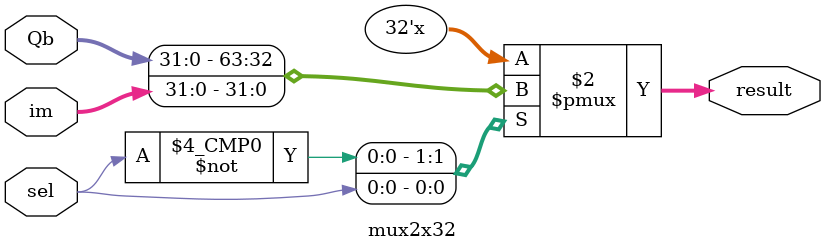
<source format=v>

module mux2x32(
    input   wire [31:0] Qb,//R-type
    input   wire [31:0] im,//I-type
    input   wire        sel,
    output  reg [31:0]  result
);
    always @(*) begin
        case (sel)
            1'b0: result = Qb;
            1'b1: result = im;
            default: result = Qb;
        endcase
    end

endmodule
</source>
